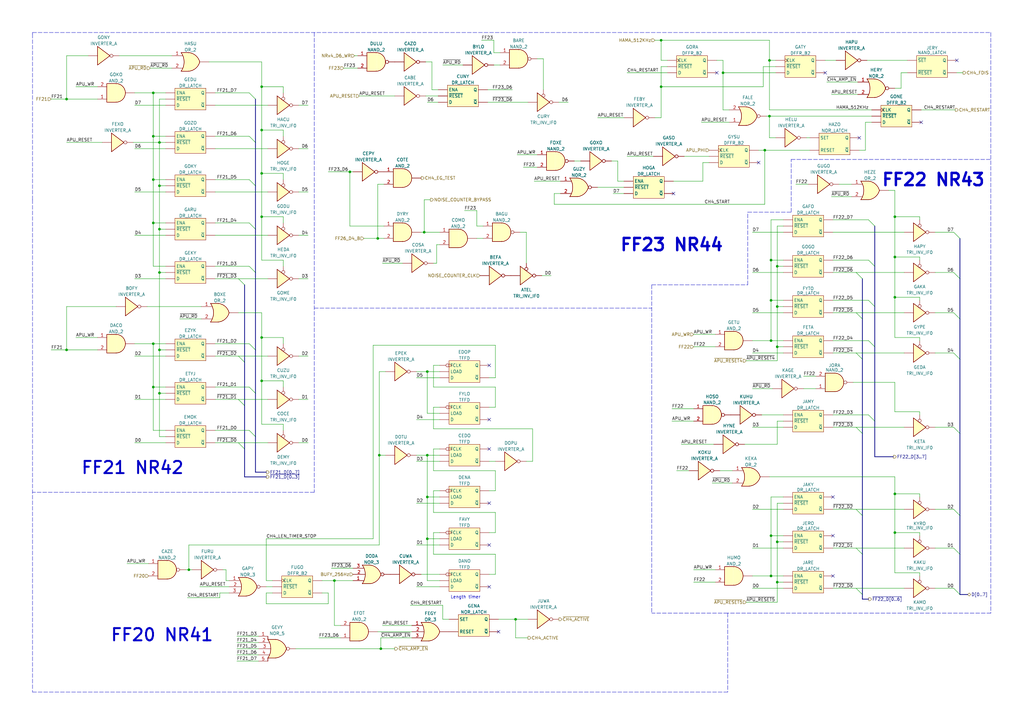
<source format=kicad_sch>
(kicad_sch (version 20211123) (generator eeschema)
  (paper "A3")
  (title_block (title "DMG-CPU B") (date "2022-11-19") (rev "0.2") (company "CC-BY-SA-4.0 Régis Galland & Michael Singer -- Derived work from Furrtek") (comment 1 "https://github.com/msinger/dmg-schematics"))
  (junction (at 211.455 254))
  (junction (at 107.315 71.12))
  (junction (at 175.26 152.4))
  (junction (at 65.405 76.2))
  (junction (at 318.77 222.25))
  (junction (at 65.405 93.98))
  (junction (at 107.315 138.43))
  (junction (at 107.315 156.21))
  (junction (at 62.865 55.88))
  (junction (at 137.16 238.125))
  (junction (at 313.69 61.595))
  (junction (at 316.23 219.71))
  (junction (at 316.23 106.68))
  (junction (at 367.03 121.92))
  (junction (at 315.595 24.765))
  (junction (at 62.865 140.97))
  (junction (at 296.545 29.845))
  (junction (at 156.21 266.065))
  (junction (at 318.77 238.76))
  (junction (at 367.03 88.9))
  (junction (at 316.23 123.19))
  (junction (at 107.315 35.56))
  (junction (at 62.865 38.1))
  (junction (at 271.145 35.56))
  (junction (at 315.595 47.625))
  (junction (at 367.03 218.44))
  (junction (at 107.315 88.9))
  (junction (at 65.405 143.51))
  (junction (at 155.575 186.69))
  (junction (at 318.77 109.22))
  (junction (at 62.865 91.44))
  (junction (at 318.77 125.73))
  (junction (at 367.03 105.41))
  (junction (at 77.47 233.68))
  (junction (at 62.865 158.75))
  (junction (at 62.865 73.66))
  (junction (at 316.23 236.22))
  (junction (at 143.51 70.485))
  (junction (at 65.405 58.42))
  (junction (at 175.26 203.835))
  (junction (at 367.03 202.565))
  (junction (at 27.305 143.51))
  (junction (at 316.23 139.7))
  (junction (at 175.26 220.98))
  (junction (at 65.405 161.29))
  (junction (at 154.94 97.79))
  (junction (at 107.315 53.34))
  (junction (at 271.145 16.51))
  (junction (at 27.305 40.64))
  (junction (at 65.405 111.76))
  (junction (at 175.26 186.69))
  (junction (at 318.77 142.24))
  (junction (at 173.99 95.25))
  (no_connect (at 392.43 24.765))
  (no_connect (at 200.66 206.375))
  (no_connect (at 200.66 184.15))
  (no_connect (at 338.455 29.845))
  (no_connect (at 200.66 223.52))
  (no_connect (at 276.225 79.375))
  (no_connect (at 200.66 240.665))
  (no_connect (at 204.47 259.08))
  (no_connect (at 341.63 236.22))
  (no_connect (at 341.63 203.835))
  (no_connect (at 341.63 219.71))
  (no_connect (at 200.66 149.86))
  (no_connect (at 294.005 29.845))
  (no_connect (at 377.825 50.165))
  (no_connect (at 200.66 172.085))
  (no_connect (at 311.15 66.675))
  (no_connect (at 352.425 56.515))
  (bus_entry (at 97.79 146.05) (size 2.54 2.54))
  (bus_entry (at 97.79 163.83) (size 2.54 2.54))
  (bus_entry (at 97.79 181.61) (size 2.54 2.54))
  (bus_entry (at 102.235 158.75) (size 2.54 2.54))
  (bus_entry (at 351.155 241.3) (size 2.54 2.54))
  (bus_entry (at 351.155 224.79) (size 2.54 2.54))
  (bus_entry (at 351.155 208.915) (size 2.54 2.54))
  (bus_entry (at 351.155 128.27) (size 2.54 2.54))
  (bus_entry (at 351.155 111.76) (size 2.54 2.54))
  (bus_entry (at 351.155 175.26) (size 2.54 2.54))
  (bus_entry (at 351.155 144.78) (size 2.54 2.54))
  (bus_entry (at 356.235 123.19) (size 2.54 2.54))
  (bus_entry (at 102.235 91.44) (size 2.54 2.54))
  (bus_entry (at 356.235 106.68) (size 2.54 2.54))
  (bus_entry (at 391.16 128.27) (size 2.54 2.54))
  (bus_entry (at 391.16 241.3) (size 2.54 2.54))
  (bus_entry (at 391.16 208.915) (size 2.54 2.54))
  (bus_entry (at 391.16 111.76) (size 2.54 2.54))
  (bus_entry (at 97.79 114.3) (size 2.54 2.54))
  (bus_entry (at 391.16 224.79) (size 2.54 2.54))
  (bus_entry (at 356.235 170.18) (size 2.54 2.54))
  (bus_entry (at 391.16 144.78) (size 2.54 2.54))
  (bus_entry (at 102.235 140.97) (size 2.54 2.54))
  (bus_entry (at 102.235 176.53) (size 2.54 2.54))
  (bus_entry (at 391.16 175.26) (size 2.54 2.54))
  (bus_entry (at 356.235 139.7) (size 2.54 2.54))
  (bus_entry (at 356.235 90.17) (size 2.54 2.54))
  (bus_entry (at 102.235 73.66) (size 2.54 2.54))
  (bus_entry (at 102.235 55.88) (size 2.54 2.54))
  (bus_entry (at 391.16 95.25) (size 2.54 2.54))
  (bus_entry (at 102.235 38.1) (size 2.54 2.54))
  (bus_entry (at 102.235 109.22) (size 2.54 2.54))
  (wire (pts (xy 156.845 107.95) (xy 165.1 107.95)))
  (wire (pts (xy 218.44 175.895) (xy 218.44 189.23)))
  (wire (pts (xy 354.965 61.595) (xy 354.965 50.165)))
  (wire (pts (xy 109.22 243.205) (xy 109.22 247.65)))
  (wire (pts (xy 268.605 16.51) (xy 271.145 16.51)))
  (wire (pts (xy 55.245 96.52) (xy 67.945 96.52)))
  (wire (pts (xy 203.2 235.585) (xy 203.2 227.33)))
  (wire (pts (xy 284.48 233.68) (xy 293.37 233.68)))
  (wire (pts (xy 245.11 48.26) (xy 255.905 48.26)))
  (wire (pts (xy 175.26 203.835) (xy 180.34 203.835)))
  (wire (pts (xy 308.61 241.3) (xy 321.31 241.3)))
  (wire (pts (xy 296.545 29.845) (xy 296.545 45.085)))
  (wire (pts (xy 367.03 88.9) (xy 367.03 105.41)))
  (polyline (pts (xy 128.905 201.93) (xy 13.335 201.93)))
  (wire (pts (xy 367.03 78.105) (xy 364.49 78.105)))
  (wire (pts (xy 181.61 248.285) (xy 181.61 254)))
  (wire (pts (xy 20.955 40.64) (xy 27.305 40.64)))
  (wire (pts (xy 342.9 24.765) (xy 338.455 24.765)))
  (wire (pts (xy 181.61 254) (xy 184.15 254)))
  (wire (pts (xy 107.315 53.34) (xy 107.315 71.12)))
  (wire (pts (xy 222.885 24.13) (xy 222.885 36.83)))
  (wire (pts (xy 377.19 121.92) (xy 377.19 123.19)))
  (wire (pts (xy 107.315 156.21) (xy 107.315 173.99)))
  (wire (pts (xy 97.79 181.61) (xy 109.855 181.61)))
  (wire (pts (xy 153.035 141.605) (xy 203.2 141.605)))
  (wire (pts (xy 229.235 41.91) (xy 233.045 41.91)))
  (wire (pts (xy 315.595 16.51) (xy 315.595 24.765)))
  (wire (pts (xy 90.17 243.205) (xy 93.98 243.205)))
  (wire (pts (xy 97.155 260.985) (xy 106.045 260.985)))
  (bus (pts (xy 353.695 243.84) (xy 353.695 245.745)))
  (wire (pts (xy 367.03 218.44) (xy 377.19 218.44)))
  (wire (pts (xy 177.8 193.04) (xy 177.8 184.15)))
  (wire (pts (xy 116.205 71.12) (xy 116.205 73.66)))
  (wire (pts (xy 170.815 172.085) (xy 180.34 172.085)))
  (wire (pts (xy 316.23 203.835) (xy 316.23 219.71)))
  (wire (pts (xy 175.26 220.98) (xy 180.34 220.98)))
  (bus (pts (xy 358.775 92.71) (xy 358.775 109.22)))
  (wire (pts (xy 203.2 227.33) (xy 177.8 227.33)))
  (wire (pts (xy 288.29 66.675) (xy 290.83 66.675)))
  (wire (pts (xy 54.61 58.42) (xy 65.405 58.42)))
  (wire (pts (xy 88.265 73.66) (xy 102.235 73.66)))
  (polyline (pts (xy 324.485 86.995) (xy 324.485 65.405)))
  (wire (pts (xy 107.315 88.9) (xy 107.315 106.68)))
  (wire (pts (xy 227.33 79.375) (xy 227.33 83.82)))
  (bus (pts (xy 358.775 187.325) (xy 366.395 187.325)))
  (wire (pts (xy 76.2 233.68) (xy 77.47 233.68)))
  (wire (pts (xy 116.205 138.43) (xy 116.205 140.97)))
  (wire (pts (xy 65.405 161.29) (xy 65.405 179.07)))
  (wire (pts (xy 177.8 158.75) (xy 177.8 149.86)))
  (wire (pts (xy 156.845 256.54) (xy 168.91 256.54)))
  (wire (pts (xy 377.19 105.41) (xy 377.19 106.68)))
  (wire (pts (xy 308.61 95.25) (xy 321.31 95.25)))
  (wire (pts (xy 180.34 235.585) (xy 172.72 235.585)))
  (wire (pts (xy 355.6 24.765) (xy 372.11 24.765)))
  (wire (pts (xy 367.03 121.92) (xy 377.19 121.92)))
  (wire (pts (xy 203.2 141.605) (xy 203.2 154.94)))
  (wire (pts (xy 175.26 152.4) (xy 180.34 152.4)))
  (wire (pts (xy 122.555 43.18) (xy 126.365 43.18)))
  (wire (pts (xy 177.165 25.4) (xy 177.165 36.83)))
  (wire (pts (xy 315.595 47.625) (xy 315.595 56.515)))
  (wire (pts (xy 318.77 147.955) (xy 318.77 142.24)))
  (wire (pts (xy 132.08 238.125) (xy 137.16 238.125)))
  (wire (pts (xy 97.79 114.3) (xy 109.855 114.3)))
  (wire (pts (xy 97.79 146.05) (xy 109.855 146.05)))
  (bus (pts (xy 104.775 179.07) (xy 104.775 193.675)))
  (wire (pts (xy 284.48 142.24) (xy 293.37 142.24)))
  (bus (pts (xy 393.7 147.32) (xy 393.7 177.8)))
  (wire (pts (xy 313.055 27.305) (xy 313.055 35.56)))
  (wire (pts (xy 179.07 100.33) (xy 180.34 100.33)))
  (wire (pts (xy 88.265 38.1) (xy 102.235 38.1)))
  (wire (pts (xy 349.885 156.845) (xy 367.03 156.845)))
  (wire (pts (xy 62.865 176.53) (xy 67.945 176.53)))
  (wire (pts (xy 62.865 140.97) (xy 67.945 140.97)))
  (bus (pts (xy 353.695 114.3) (xy 353.695 130.81)))
  (wire (pts (xy 88.265 78.74) (xy 109.855 78.74)))
  (wire (pts (xy 316.23 139.7) (xy 321.31 139.7)))
  (wire (pts (xy 211.455 254) (xy 204.47 254)))
  (wire (pts (xy 315.595 47.625) (xy 357.505 47.625)))
  (wire (pts (xy 181.61 26.67) (xy 189.865 26.67)))
  (wire (pts (xy 257.175 64.135) (xy 267.97 64.135)))
  (bus (pts (xy 104.775 58.42) (xy 104.775 76.2)))
  (wire (pts (xy 27.305 58.42) (xy 41.91 58.42)))
  (wire (pts (xy 318.77 92.71) (xy 318.77 109.22)))
  (wire (pts (xy 313.69 61.595) (xy 332.105 61.595)))
  (wire (pts (xy 107.315 106.68) (xy 116.205 106.68)))
  (wire (pts (xy 200.025 41.91) (xy 216.535 41.91)))
  (wire (pts (xy 97.155 271.145) (xy 106.045 271.145)))
  (wire (pts (xy 351.155 144.78) (xy 370.84 144.78)))
  (wire (pts (xy 156.21 266.065) (xy 161.925 266.065)))
  (wire (pts (xy 318.77 125.73) (xy 318.77 142.24)))
  (wire (pts (xy 367.03 168.91) (xy 377.19 168.91)))
  (wire (pts (xy 107.315 35.56) (xy 116.205 35.56)))
  (wire (pts (xy 88.265 163.83) (xy 97.79 163.83)))
  (wire (pts (xy 88.265 109.22) (xy 102.235 109.22)))
  (bus (pts (xy 358.775 172.72) (xy 358.775 187.325)))
  (wire (pts (xy 318.135 24.765) (xy 315.595 24.765)))
  (wire (pts (xy 154.94 75.565) (xy 157.48 75.565)))
  (wire (pts (xy 122.555 146.05) (xy 126.365 146.05)))
  (wire (pts (xy 341.63 170.18) (xy 356.235 170.18)))
  (bus (pts (xy 353.695 147.32) (xy 353.695 177.8)))
  (bus (pts (xy 353.695 130.81) (xy 353.695 147.32)))
  (wire (pts (xy 318.77 109.22) (xy 321.31 109.22)))
  (wire (pts (xy 147.32 39.37) (xy 161.925 39.37)))
  (wire (pts (xy 306.07 147.955) (xy 318.77 147.955)))
  (wire (pts (xy 91.44 233.68) (xy 92.71 233.68)))
  (wire (pts (xy 352.425 61.595) (xy 354.965 61.595)))
  (wire (pts (xy 137.16 238.125) (xy 144.78 238.125)))
  (wire (pts (xy 287.655 50.165) (xy 299.085 50.165)))
  (wire (pts (xy 139.7 256.54) (xy 137.16 256.54)))
  (wire (pts (xy 170.815 206.375) (xy 180.34 206.375)))
  (wire (pts (xy 211.455 261.62) (xy 211.455 254)))
  (wire (pts (xy 73.66 130.81) (xy 82.55 130.81)))
  (wire (pts (xy 227.33 83.82) (xy 313.69 83.82)))
  (wire (pts (xy 137.16 256.54) (xy 137.16 238.125)))
  (wire (pts (xy 383.54 241.3) (xy 391.16 241.3)))
  (wire (pts (xy 85.725 25.4) (xy 107.315 25.4)))
  (wire (pts (xy 377.19 168.91) (xy 377.19 170.18)))
  (wire (pts (xy 351.155 241.3) (xy 370.84 241.3)))
  (wire (pts (xy 145.415 22.86) (xy 146.685 22.86)))
  (wire (pts (xy 203.2 210.185) (xy 177.8 210.185)))
  (wire (pts (xy 143.51 92.71) (xy 143.51 70.485)))
  (wire (pts (xy 318.77 222.25) (xy 321.31 222.25)))
  (bus (pts (xy 393.7 130.81) (xy 393.7 147.32)))
  (wire (pts (xy 316.23 106.68) (xy 316.23 123.19)))
  (wire (pts (xy 202.565 16.51) (xy 202.565 21.59)))
  (wire (pts (xy 367.03 195.58) (xy 367.03 202.565)))
  (wire (pts (xy 130.81 261.62) (xy 139.7 261.62)))
  (wire (pts (xy 308.61 175.26) (xy 321.31 175.26)))
  (wire (pts (xy 296.545 45.085) (xy 299.085 45.085)))
  (wire (pts (xy 383.54 95.25) (xy 391.16 95.25)))
  (wire (pts (xy 315.595 24.765) (xy 315.595 45.085)))
  (wire (pts (xy 313.69 61.595) (xy 313.69 83.82)))
  (wire (pts (xy 155.575 152.4) (xy 155.575 186.69)))
  (wire (pts (xy 177.8 149.86) (xy 180.34 149.86)))
  (bus (pts (xy 393.7 211.455) (xy 393.7 227.33)))
  (wire (pts (xy 65.405 76.2) (xy 65.405 93.98)))
  (wire (pts (xy 65.405 143.51) (xy 67.945 143.51)))
  (polyline (pts (xy 128.905 126.365) (xy 267.335 126.365)))
  (wire (pts (xy 275.59 167.64) (xy 284.48 167.64)))
  (wire (pts (xy 173.99 95.25) (xy 180.34 95.25)))
  (wire (pts (xy 55.245 140.97) (xy 62.865 140.97)))
  (wire (pts (xy 111.76 243.205) (xy 109.22 243.205)))
  (wire (pts (xy 203.2 167.005) (xy 203.2 158.75)))
  (wire (pts (xy 156.21 261.62) (xy 168.91 261.62)))
  (wire (pts (xy 308.61 144.78) (xy 321.31 144.78)))
  (wire (pts (xy 203.2 158.75) (xy 177.8 158.75)))
  (polyline (pts (xy 13.335 13.335) (xy 406.4 13.335)))
  (wire (pts (xy 367.03 105.41) (xy 377.19 105.41)))
  (wire (pts (xy 62.865 38.1) (xy 62.865 55.88)))
  (wire (pts (xy 97.155 263.525) (xy 106.045 263.525)))
  (wire (pts (xy 341.63 144.78) (xy 351.155 144.78)))
  (wire (pts (xy 340.995 38.735) (xy 351.79 38.735)))
  (polyline (pts (xy 406.4 13.335) (xy 406.4 251.46)))
  (wire (pts (xy 311.15 61.595) (xy 313.69 61.595)))
  (wire (pts (xy 88.265 43.18) (xy 109.855 43.18)))
  (wire (pts (xy 316.23 203.835) (xy 321.31 203.835)))
  (wire (pts (xy 149.225 97.79) (xy 154.94 97.79)))
  (wire (pts (xy 253.365 66.04) (xy 250.825 66.04)))
  (wire (pts (xy 308.61 128.27) (xy 321.31 128.27)))
  (wire (pts (xy 308.61 111.76) (xy 321.31 111.76)))
  (wire (pts (xy 175.26 152.4) (xy 175.26 169.545)))
  (wire (pts (xy 179.07 107.95) (xy 179.07 100.33)))
  (wire (pts (xy 107.315 156.21) (xy 116.205 156.21)))
  (wire (pts (xy 383.54 208.915) (xy 391.16 208.915)))
  (wire (pts (xy 351.155 111.76) (xy 370.84 111.76)))
  (wire (pts (xy 271.145 27.305) (xy 271.145 35.56)))
  (wire (pts (xy 315.595 56.515) (xy 318.135 56.515)))
  (wire (pts (xy 116.205 106.68) (xy 116.205 109.22)))
  (wire (pts (xy 122.555 78.74) (xy 126.365 78.74)))
  (wire (pts (xy 383.54 144.78) (xy 391.16 144.78)))
  (wire (pts (xy 351.155 208.915) (xy 370.84 208.915)))
  (wire (pts (xy 275.59 172.72) (xy 284.48 172.72)))
  (wire (pts (xy 316.23 219.71) (xy 321.31 219.71)))
  (wire (pts (xy 276.225 74.295) (xy 288.29 74.295)))
  (wire (pts (xy 31.115 138.43) (xy 40.005 138.43)))
  (wire (pts (xy 316.23 219.71) (xy 316.23 236.22)))
  (wire (pts (xy 316.23 123.19) (xy 316.23 139.7)))
  (wire (pts (xy 67.945 76.2) (xy 65.405 76.2)))
  (wire (pts (xy 341.63 175.26) (xy 351.155 175.26)))
  (wire (pts (xy 284.48 238.76) (xy 293.37 238.76)))
  (wire (pts (xy 257.175 29.845) (xy 273.685 29.845)))
  (wire (pts (xy 341.63 90.17) (xy 356.235 90.17)))
  (wire (pts (xy 170.815 240.665) (xy 180.34 240.665)))
  (bus (pts (xy 393.7 97.79) (xy 393.7 114.3)))
  (wire (pts (xy 175.26 169.545) (xy 180.34 169.545)))
  (wire (pts (xy 177.8 167.005) (xy 180.34 167.005)))
  (wire (pts (xy 88.265 60.96) (xy 109.855 60.96)))
  (wire (pts (xy 215.9 95.25) (xy 213.36 95.25)))
  (wire (pts (xy 200.66 201.295) (xy 203.2 201.295)))
  (wire (pts (xy 143.51 92.71) (xy 157.48 92.71)))
  (wire (pts (xy 27.305 22.86) (xy 27.305 40.64)))
  (wire (pts (xy 203.2 218.44) (xy 203.2 210.185)))
  (bus (pts (xy 393.7 243.84) (xy 396.875 243.84)))
  (wire (pts (xy 253.365 66.04) (xy 253.365 74.295)))
  (polyline (pts (xy 13.335 81.915) (xy 13.335 283.845)))
  (wire (pts (xy 107.315 71.12) (xy 107.315 88.9)))
  (wire (pts (xy 312.42 170.18) (xy 321.31 170.18)))
  (wire (pts (xy 60.325 125.73) (xy 82.55 125.73)))
  (wire (pts (xy 316.23 90.17) (xy 321.31 90.17)))
  (wire (pts (xy 107.315 138.43) (xy 116.205 138.43)))
  (bus (pts (xy 393.7 114.3) (xy 393.7 130.81)))
  (wire (pts (xy 316.23 106.68) (xy 321.31 106.68)))
  (wire (pts (xy 140.97 27.94) (xy 146.685 27.94)))
  (wire (pts (xy 65.405 40.64) (xy 67.945 40.64)))
  (wire (pts (xy 377.19 218.44) (xy 377.19 219.71)))
  (wire (pts (xy 135.89 233.045) (xy 144.78 233.045)))
  (wire (pts (xy 341.63 95.25) (xy 370.84 95.25)))
  (wire (pts (xy 318.77 172.72) (xy 321.31 172.72)))
  (wire (pts (xy 341.63 106.68) (xy 356.235 106.68)))
  (wire (pts (xy 76.835 245.11) (xy 90.17 245.11)))
  (wire (pts (xy 175.26 203.835) (xy 175.26 220.98)))
  (wire (pts (xy 326.39 75.565) (xy 331.47 75.565)))
  (wire (pts (xy 65.405 93.98) (xy 65.405 111.76)))
  (wire (pts (xy 315.595 45.085) (xy 357.505 45.085)))
  (wire (pts (xy 318.77 206.375) (xy 318.77 222.25)))
  (wire (pts (xy 177.8 227.33) (xy 177.8 218.44)))
  (wire (pts (xy 88.265 146.05) (xy 97.79 146.05)))
  (wire (pts (xy 62.865 91.44) (xy 67.945 91.44)))
  (wire (pts (xy 88.265 158.75) (xy 102.235 158.75)))
  (wire (pts (xy 341.63 123.19) (xy 356.235 123.19)))
  (wire (pts (xy 306.07 247.015) (xy 318.77 247.015)))
  (wire (pts (xy 65.405 40.64) (xy 65.405 58.42)))
  (wire (pts (xy 195.58 86.36) (xy 195.58 92.71)))
  (wire (pts (xy 367.03 105.41) (xy 367.03 121.92)))
  (wire (pts (xy 48.895 22.86) (xy 70.485 22.86)))
  (wire (pts (xy 65.405 58.42) (xy 67.945 58.42)))
  (wire (pts (xy 107.315 71.12) (xy 116.205 71.12)))
  (bus (pts (xy 358.775 142.24) (xy 358.775 172.72)))
  (wire (pts (xy 318.135 29.845) (xy 296.545 29.845)))
  (wire (pts (xy 122.555 60.96) (xy 126.365 60.96)))
  (wire (pts (xy 341.63 208.915) (xy 351.155 208.915)))
  (wire (pts (xy 367.03 234.95) (xy 377.19 234.95)))
  (wire (pts (xy 116.205 88.9) (xy 116.205 91.44)))
  (wire (pts (xy 329.565 154.305) (xy 334.645 154.305)))
  (wire (pts (xy 55.245 60.96) (xy 67.945 60.96)))
  (wire (pts (xy 212.09 63.5) (xy 220.345 63.5)))
  (wire (pts (xy 168.275 248.285) (xy 181.61 248.285)))
  (wire (pts (xy 284.48 137.16) (xy 293.37 137.16)))
  (wire (pts (xy 109.22 240.665) (xy 111.76 240.665)))
  (wire (pts (xy 27.305 143.51) (xy 40.005 143.51)))
  (wire (pts (xy 27.305 40.64) (xy 40.005 40.64)))
  (wire (pts (xy 107.315 138.43) (xy 107.315 156.21)))
  (wire (pts (xy 200.66 154.94) (xy 203.2 154.94)))
  (wire (pts (xy 219.075 74.295) (xy 229.87 74.295)))
  (wire (pts (xy 354.965 50.165) (xy 357.505 50.165)))
  (wire (pts (xy 271.145 48.26) (xy 268.605 48.26)))
  (wire (pts (xy 65.405 111.76) (xy 65.405 143.51)))
  (wire (pts (xy 308.61 139.7) (xy 316.23 139.7)))
  (wire (pts (xy 62.865 55.88) (xy 62.865 73.66)))
  (wire (pts (xy 158.115 152.4) (xy 155.575 152.4)))
  (wire (pts (xy 173.99 95.25) (xy 173.99 81.915)))
  (wire (pts (xy 251.46 79.375) (xy 255.905 79.375)))
  (wire (pts (xy 383.54 111.76) (xy 391.16 111.76)))
  (wire (pts (xy 65.405 58.42) (xy 65.405 76.2)))
  (wire (pts (xy 62.865 38.1) (xy 67.945 38.1)))
  (wire (pts (xy 172.72 95.25) (xy 173.99 95.25)))
  (bus (pts (xy 104.775 161.29) (xy 104.775 179.07)))
  (wire (pts (xy 340.995 80.645) (xy 349.25 80.645)))
  (wire (pts (xy 271.145 16.51) (xy 271.145 24.765)))
  (wire (pts (xy 153.035 220.98) (xy 109.22 220.98)))
  (wire (pts (xy 318.77 109.22) (xy 318.77 125.73)))
  (wire (pts (xy 367.03 202.565) (xy 377.19 202.565)))
  (wire (pts (xy 97.155 268.605) (xy 106.045 268.605)))
  (polyline (pts (xy 324.485 65.405) (xy 406.4 65.405)))
  (wire (pts (xy 296.545 29.845) (xy 296.545 24.765)))
  (wire (pts (xy 318.77 222.25) (xy 318.77 238.76)))
  (wire (pts (xy 318.77 247.015) (xy 318.77 238.76)))
  (wire (pts (xy 253.365 74.295) (xy 255.905 74.295)))
  (wire (pts (xy 116.205 156.21) (xy 116.205 158.75)))
  (wire (pts (xy 107.315 173.99) (xy 116.205 173.99)))
  (wire (pts (xy 316.23 90.17) (xy 316.23 106.68)))
  (wire (pts (xy 288.29 66.675) (xy 288.29 74.295)))
  (bus (pts (xy 104.775 143.51) (xy 104.775 161.29)))
  (wire (pts (xy 81.915 240.665) (xy 93.98 240.665)))
  (wire (pts (xy 216.535 261.62) (xy 211.455 261.62)))
  (wire (pts (xy 341.63 224.79) (xy 351.155 224.79)))
  (wire (pts (xy 134.62 247.65) (xy 134.62 243.205)))
  (wire (pts (xy 367.03 121.92) (xy 367.03 138.43)))
  (wire (pts (xy 65.405 143.51) (xy 65.405 161.29)))
  (wire (pts (xy 318.135 27.305) (xy 313.055 27.305)))
  (wire (pts (xy 122.555 96.52) (xy 126.365 96.52)))
  (wire (pts (xy 318.77 172.72) (xy 318.77 182.245)))
  (wire (pts (xy 61.595 27.94) (xy 70.485 27.94)))
  (wire (pts (xy 92.71 238.125) (xy 93.98 238.125)))
  (wire (pts (xy 383.54 175.26) (xy 391.16 175.26)))
  (wire (pts (xy 229.87 79.375) (xy 227.33 79.375)))
  (wire (pts (xy 107.315 25.4) (xy 107.315 35.56)))
  (wire (pts (xy 155.575 223.52) (xy 155.575 186.69)))
  (wire (pts (xy 271.145 35.56) (xy 313.055 35.56)))
  (wire (pts (xy 55.245 38.1) (xy 62.865 38.1)))
  (wire (pts (xy 294.005 24.765) (xy 296.545 24.765)))
  (wire (pts (xy 318.77 206.375) (xy 321.31 206.375)))
  (wire (pts (xy 314.325 47.625) (xy 315.595 47.625)))
  (wire (pts (xy 377.19 202.565) (xy 377.19 203.835)))
  (bus (pts (xy 104.775 93.98) (xy 104.775 111.76)))
  (wire (pts (xy 377.19 234.95) (xy 377.19 236.22)))
  (wire (pts (xy 177.8 175.895) (xy 177.8 167.005)))
  (wire (pts (xy 107.315 53.34) (xy 116.205 53.34)))
  (wire (pts (xy 190.5 86.36) (xy 195.58 86.36)))
  (wire (pts (xy 300.355 193.04) (xy 295.275 193.04)))
  (wire (pts (xy 308.61 236.22) (xy 316.23 236.22)))
  (wire (pts (xy 177.8 210.185) (xy 177.8 201.295)))
  (bus (pts (xy 104.775 111.76) (xy 104.775 143.51)))
  (wire (pts (xy 154.94 75.565) (xy 154.94 97.79)))
  (bus (pts (xy 353.695 177.8) (xy 353.695 211.455)))
  (polyline (pts (xy 298.45 251.46) (xy 267.335 251.46)))
  (wire (pts (xy 341.63 128.27) (xy 351.155 128.27)))
  (wire (pts (xy 122.555 163.83) (xy 126.365 163.83)))
  (wire (pts (xy 62.865 73.66) (xy 67.945 73.66)))
  (bus (pts (xy 100.33 166.37) (xy 100.33 184.15)))
  (wire (pts (xy 210.185 36.83) (xy 200.025 36.83)))
  (wire (pts (xy 315.595 195.58) (xy 367.03 195.58)))
  (wire (pts (xy 197.485 16.51) (xy 202.565 16.51)))
  (wire (pts (xy 121.285 266.065) (xy 156.21 266.065)))
  (wire (pts (xy 170.815 154.94) (xy 180.34 154.94)))
  (polyline (pts (xy 267.335 116.84) (xy 267.335 251.46)))
  (wire (pts (xy 214.63 68.58) (xy 220.345 68.58)))
  (wire (pts (xy 88.265 181.61) (xy 97.79 181.61)))
  (bus (pts (xy 100.33 195.58) (xy 109.22 195.58)))
  (wire (pts (xy 170.815 186.69) (xy 175.26 186.69)))
  (wire (pts (xy 88.265 176.53) (xy 102.235 176.53)))
  (wire (pts (xy 292.1 198.12) (xy 300.355 198.12)))
  (wire (pts (xy 156.21 261.62) (xy 156.21 266.065)))
  (wire (pts (xy 170.815 223.52) (xy 180.34 223.52)))
  (wire (pts (xy 55.245 43.18) (xy 67.945 43.18)))
  (wire (pts (xy 203.2 201.295) (xy 203.2 193.04)))
  (polyline (pts (xy 306.705 86.995) (xy 324.485 86.995)))
  (wire (pts (xy 339.09 33.655) (xy 351.79 33.655)))
  (wire (pts (xy 134.62 243.205) (xy 132.08 243.205)))
  (wire (pts (xy 62.865 55.88) (xy 67.945 55.88)))
  (wire (pts (xy 77.47 233.68) (xy 77.47 223.52)))
  (bus (pts (xy 104.775 193.675) (xy 109.22 193.675)))
  (wire (pts (xy 218.44 189.23) (xy 215.9 189.23)))
  (wire (pts (xy 177.8 184.15) (xy 180.34 184.15)))
  (wire (pts (xy 175.26 41.91) (xy 179.705 41.91)))
  (wire (pts (xy 367.03 138.43) (xy 377.19 138.43)))
  (wire (pts (xy 367.03 78.105) (xy 367.03 88.9)))
  (wire (pts (xy 55.245 181.61) (xy 67.945 181.61)))
  (wire (pts (xy 271.145 16.51) (xy 315.595 16.51)))
  (wire (pts (xy 107.315 88.9) (xy 116.205 88.9)))
  (wire (pts (xy 143.51 70.485) (xy 144.78 70.485)))
  (wire (pts (xy 200.66 167.005) (xy 203.2 167.005)))
  (wire (pts (xy 367.03 202.565) (xy 367.03 218.44)))
  (wire (pts (xy 116.205 35.56) (xy 116.205 38.1)))
  (wire (pts (xy 55.245 114.3) (xy 67.945 114.3)))
  (wire (pts (xy 177.165 36.83) (xy 179.705 36.83)))
  (wire (pts (xy 107.315 128.27) (xy 107.315 138.43)))
  (wire (pts (xy 200.66 235.585) (xy 203.2 235.585)))
  (wire (pts (xy 271.145 48.26) (xy 271.145 35.56)))
  (bus (pts (xy 353.695 227.33) (xy 353.695 243.84)))
  (wire (pts (xy 341.63 139.7) (xy 356.235 139.7)))
  (wire (pts (xy 55.245 163.83) (xy 67.945 163.83)))
  (wire (pts (xy 155.575 186.69) (xy 158.115 186.69)))
  (wire (pts (xy 134.62 70.485) (xy 143.51 70.485)))
  (wire (pts (xy 195.58 92.71) (xy 198.12 92.71)))
  (wire (pts (xy 318.77 238.76) (xy 321.31 238.76)))
  (bus (pts (xy 100.33 116.84) (xy 100.33 148.59)))
  (wire (pts (xy 238.125 66.04) (xy 235.585 66.04)))
  (wire (pts (xy 222.25 113.03) (xy 226.06 113.03)))
  (wire (pts (xy 318.77 125.73) (xy 321.31 125.73)))
  (wire (pts (xy 175.26 186.69) (xy 180.34 186.69)))
  (wire (pts (xy 55.245 146.05) (xy 67.945 146.05)))
  (wire (pts (xy 377.19 138.43) (xy 377.19 139.7)))
  (wire (pts (xy 62.865 158.75) (xy 62.865 176.53)))
  (wire (pts (xy 177.8 175.895) (xy 218.44 175.895)))
  (wire (pts (xy 200.66 218.44) (xy 203.2 218.44)))
  (polyline (pts (xy 13.335 13.97) (xy 13.335 81.915)))
  (bus (pts (xy 104.775 40.64) (xy 104.775 58.42)))
  (wire (pts (xy 367.03 88.9) (xy 377.19 88.9)))
  (wire (pts (xy 170.815 189.23) (xy 180.34 189.23)))
  (wire (pts (xy 153.035 141.605) (xy 153.035 220.98)))
  (wire (pts (xy 62.865 140.97) (xy 62.865 158.75)))
  (wire (pts (xy 175.26 220.98) (xy 175.26 238.125)))
  (wire (pts (xy 341.63 111.76) (xy 351.155 111.76)))
  (wire (pts (xy 154.94 259.08) (xy 168.91 259.08)))
  (wire (pts (xy 351.155 128.27) (xy 370.84 128.27)))
  (wire (pts (xy 367.03 218.44) (xy 367.03 234.95)))
  (wire (pts (xy 67.945 111.76) (xy 65.405 111.76)))
  (wire (pts (xy 177.165 25.4) (xy 174.625 25.4)))
  (wire (pts (xy 215.9 95.25) (xy 215.9 107.95)))
  (wire (pts (xy 77.47 233.68) (xy 78.74 233.68)))
  (bus (pts (xy 393.7 227.33) (xy 393.7 243.84)))
  (wire (pts (xy 222.885 24.13) (xy 220.345 24.13)))
  (bus (pts (xy 358.775 109.22) (xy 358.775 125.73)))
  (wire (pts (xy 174.625 39.37) (xy 179.705 39.37)))
  (wire (pts (xy 341.63 241.3) (xy 351.155 241.3)))
  (wire (pts (xy 88.265 91.44) (xy 102.235 91.44)))
  (bus (pts (xy 100.33 148.59) (xy 100.33 166.37)))
  (wire (pts (xy 52.07 231.14) (xy 60.96 231.14)))
  (wire (pts (xy 65.405 161.29) (xy 67.945 161.29)))
  (wire (pts (xy 107.315 35.56) (xy 107.315 53.34)))
  (wire (pts (xy 62.865 73.66) (xy 62.865 91.44)))
  (wire (pts (xy 55.245 78.74) (xy 67.945 78.74)))
  (wire (pts (xy 377.825 45.085) (xy 391.795 45.085)))
  (wire (pts (xy 177.8 107.95) (xy 179.07 107.95)))
  (polyline (pts (xy 128.905 13.335) (xy 128.905 201.93)))
  (wire (pts (xy 351.155 224.79) (xy 370.84 224.79)))
  (wire (pts (xy 308.61 208.915) (xy 321.31 208.915)))
  (wire (pts (xy 67.945 93.98) (xy 65.405 93.98)))
  (wire (pts (xy 318.77 142.24) (xy 321.31 142.24)))
  (wire (pts (xy 92.71 233.68) (xy 92.71 238.125)))
  (bus (pts (xy 358.775 125.73) (xy 358.775 142.24)))
  (bus (pts (xy 353.695 245.745) (xy 356.235 245.745)))
  (wire (pts (xy 329.565 159.385) (xy 334.645 159.385)))
  (wire (pts (xy 245.11 76.835) (xy 255.905 76.835)))
  (wire (pts (xy 116.205 53.34) (xy 116.205 55.88)))
  (wire (pts (xy 27.305 125.73) (xy 27.305 143.51)))
  (wire (pts (xy 175.26 238.125) (xy 180.34 238.125)))
  (wire (pts (xy 177.8 201.295) (xy 180.34 201.295)))
  (wire (pts (xy 62.865 91.44) (xy 62.865 109.22)))
  (wire (pts (xy 198.12 97.79) (xy 195.58 97.79)))
  (wire (pts (xy 367.03 156.845) (xy 367.03 168.91)))
  (wire (pts (xy 36.195 22.86) (xy 27.305 22.86)))
  (wire (pts (xy 349.25 75.565) (xy 344.17 75.565)))
  (wire (pts (xy 383.54 224.79) (xy 391.16 224.79)))
  (wire (pts (xy 203.2 193.04) (xy 177.8 193.04)))
  (wire (pts (xy 308.61 159.385) (xy 316.865 159.385)))
  (wire (pts (xy 88.265 140.97) (xy 102.235 140.97)))
  (polyline (pts (xy 13.335 283.845) (xy 298.45 283.845)))
  (wire (pts (xy 173.99 81.915) (xy 176.53 81.915)))
  (wire (pts (xy 122.555 181.61) (xy 126.365 181.61)))
  (wire (pts (xy 88.265 55.88) (xy 102.235 55.88)))
  (wire (pts (xy 271.145 24.765) (xy 273.685 24.765)))
  (wire (pts (xy 316.23 123.19) (xy 321.31 123.19)))
  (polyline (pts (xy 406.4 251.46) (xy 298.45 251.46)))
  (wire (pts (xy 20.955 143.51) (xy 27.305 143.51)))
  (wire (pts (xy 88.265 114.3) (xy 97.79 114.3)))
  (wire (pts (xy 90.17 245.11) (xy 90.17 243.205)))
  (wire (pts (xy 122.555 114.3) (xy 126.365 114.3)))
  (wire (pts (xy 62.865 109.22) (xy 67.945 109.22)))
  (wire (pts (xy 154.94 97.79) (xy 157.48 97.79)))
  (wire (pts (xy 369.57 36.195) (xy 369.57 29.845)))
  (wire (pts (xy 216.535 254) (xy 211.455 254)))
  (wire (pts (xy 116.205 173.99) (xy 116.205 176.53)))
  (wire (pts (xy 77.47 223.52) (xy 155.575 223.52)))
  (bus (pts (xy 353.695 211.455) (xy 353.695 227.33)))
  (wire (pts (xy 47.625 125.73) (xy 27.305 125.73)))
  (wire (pts (xy 383.54 128.27) (xy 391.16 128.27)))
  (wire (pts (xy 205.105 26.67) (xy 202.565 26.67)))
  (wire (pts (xy 97.155 266.065) (xy 106.045 266.065)))
  (bus (pts (xy 393.7 177.8) (xy 393.7 211.455)))
  (wire (pts (xy 97.79 163.83) (xy 109.855 163.83)))
  (polyline (pts (xy 298.45 251.46) (xy 298.45 283.845)))
  (wire (pts (xy 109.22 238.125) (xy 109.22 220.98)))
  (wire (pts (xy 308.61 224.79) (xy 321.31 224.79)))
  (wire (pts (xy 369.57 29.845) (xy 372.11 29.845)))
  (wire (pts (xy 277.495 193.04) (xy 282.575 193.04)))
  (wire (pts (xy 109.22 238.125) (xy 111.76 238.125)))
  (wire (pts (xy 351.155 175.26) (xy 370.84 175.26)))
  (wire (pts (xy 367.03 36.195) (xy 369.57 36.195)))
  (wire (pts (xy 377.19 88.9) (xy 377.19 90.17)))
  (wire (pts (xy 280.67 64.135) (xy 290.83 64.135)))
  (polyline (pts (xy 267.335 116.84) (xy 306.705 116.84)))
  (bus (pts (xy 100.33 184.15) (xy 100.33 195.58)))
  (wire (pts (xy 202.565 21.59) (xy 205.105 21.59)))
  (wire (pts (xy 88.265 96.52) (xy 109.855 96.52)))
  (wire (pts (xy 318.77 92.71) (xy 321.31 92.71)))
  (wire (pts (xy 31.115 35.56) (xy 40.005 35.56)))
  (wire (pts (xy 200.66 189.23) (xy 203.2 189.23)))
  (wire (pts (xy 62.865 158.75) (xy 67.945 158.75)))
  (wire (pts (xy 279.4 182.245) (xy 292.735 182.245)))
  (bus (pts (xy 104.775 76.2) (xy 104.775 93.98)))
  (wire (pts (xy 97.79 128.27) (xy 107.315 128.27)))
  (wire (pts (xy 109.22 247.65) (xy 134.62 247.65)))
  (wire (pts (xy 330.835 56.515) (xy 332.105 56.515)))
  (wire (pts (xy 316.23 236.22) (xy 321.31 236.22)))
  (wire (pts (xy 175.26 152.4) (xy 170.815 152.4)))
  (polyline (pts (xy 306.705 116.84) (xy 306.705 86.995)))
  (wire (pts (xy 318.77 182.245) (xy 305.435 182.245)))
  (wire (pts (xy 67.945 179.07) (xy 65.405 179.07)))
  (wire (pts (xy 273.685 27.305) (xy 271.145 27.305)))
  (wire (pts (xy 175.26 186.69) (xy 175.26 203.835)))
  (wire (pts (xy 394.97 29.845) (xy 392.43 29.845)))
  (polyline (pts (xy 13.335 13.335) (xy 13.335 13.97)))
  (wire (pts (xy 177.8 218.44) (xy 180.34 218.44)))
  (text "FF22 NR43\n" (at 361.315 76.835 0) (effects (font (size 5 5) (thickness 1) bold) (justify left bottom)))
  (text "FF23 NR44\n" (at 254 103.505 0) (effects (font (size 5 5) (thickness 1) bold) (justify left bottom)))
  (text "Length timer" (at 184.785 245.745 0) (effects (font (size 1.27 1.27)) (justify left bottom)))
  (text "FF20 NR41\n" (at 45.085 263.525 0) (effects (font (size 5 5) (thickness 0.8) bold) (justify left bottom)))
  (text "FF21 NR42\n" (at 33.02 194.945 0) (effects (font (size 5 5) (thickness 0.8) bold) (justify left bottom)))
  (label "FF22_D5" (at 341.63 123.19 0))
  (label "D7" (at 308.61 95.25 0))
  (label "~{APU_RD}" (at 340.995 80.645 0))
  (label "FF22_D7" (at 341.63 90.17 0))
  (label "CH4_RESTART" (at 168.275 248.285 0))
  (label "~{FF21_D2}" (at 88.9 146.05 0))
  (label "~{FF23_D6}" (at 135.89 233.045 0))
  (label "FF21_D5" (at 97.155 266.065 0))
  (label "FF21" (at 20.955 40.64 0))
  (label "D6" (at 175.26 41.91 0))
  (label "CH4_LEN_TIMER_STOP" (at 109.22 220.98 0))
  (label "~{APU_RD}" (at 308.61 159.385 0))
  (label "~{APU_RD}" (at 181.61 26.67 0))
  (label "APU_RESET" (at 219.075 74.295 0))
  (label "D6" (at 391.16 111.76 180))
  (label "D4" (at 170.815 172.085 0))
  (label "FF22" (at 326.39 75.565 0))
  (label "D0" (at 226.06 113.03 180))
  (label "D5" (at 391.16 128.27 180))
  (label "FF21_D5" (at 97.155 73.66 180))
  (label "FF21_D4" (at 97.155 91.44 180))
  (label "FF23_D6" (at 210.185 36.83 180))
  (label "APU_RESET" (at 257.175 64.135 0))
  (label "D0" (at 308.61 241.3 0))
  (label "FF22_D4" (at 341.63 139.7 0))
  (label "APU_RESET" (at 81.915 240.665 0))
  (label "~{FF22_D5}" (at 341.63 128.27 0))
  (label "~{FF22_D2}" (at 341.63 208.915 0))
  (label "D1" (at 308.61 224.79 0))
  (label "D4" (at 126.365 96.52 180))
  (label "FF21_D3" (at 97.155 109.22 180))
  (label "FF23" (at 214.63 68.58 0))
  (label "FF22" (at 284.48 142.24 0))
  (label "D6" (at 55.245 60.96 0))
  (label "D3" (at 126.365 114.3 180))
  (label "FF23_D6" (at 134.62 70.485 0))
  (label "FF22" (at 275.59 167.64 0))
  (label "D4" (at 308.61 144.78 0))
  (label "~{APU_RESET5}" (at 306.07 247.015 0))
  (label "D3" (at 170.815 189.23 0))
  (label "D7" (at 126.365 43.18 180))
  (label "FF21_D0" (at 97.155 176.53 180))
  (label "D1" (at 55.245 163.83 0))
  (label "D2" (at 391.16 208.915 180))
  (label "~{FF22_D4}" (at 341.63 144.78 0))
  (label "D7" (at 55.245 43.18 0))
  (label "FF21_D1" (at 97.155 158.75 180))
  (label "FF21_D6" (at 97.155 268.605 0))
  (label "D6" (at 308.61 111.76 0))
  (label "~{APU_RD}" (at 73.66 130.81 0))
  (label "FF22" (at 284.48 238.76 0))
  (label "D5" (at 170.815 154.94 0))
  (label "APU_WR" (at 212.09 63.5 0))
  (label "FF21_D6" (at 97.155 55.88 180))
  (label "~{FF21_D3}" (at 88.9 114.3 0))
  (label "FF21_D7" (at 97.155 38.1 180))
  (label "~{CH4_AMP_EN}" (at 156.21 261.62 0))
  (label "D5" (at 308.61 128.27 0))
  (label "APU_WR" (at 52.07 231.14 0))
  (label "CH4_RESTART" (at 391.795 45.085 180))
  (label "CH4_START" (at 288.925 83.82 0))
  (label "~{CH4_AMP_EN}" (at 339.09 33.655 0))
  (label "D1" (at 170.815 223.52 0))
  (label "APU_RESET" (at 147.32 39.37 0))
  (label "APU_WR" (at 284.48 233.68 0))
  (label "D4" (at 391.16 144.78 180))
  (label "FF21_D2" (at 97.155 140.97 180))
  (label "D2" (at 170.815 206.375 0))
  (label "APU_WR" (at 275.59 172.72 0))
  (label "~{APU_RESET4}" (at 306.07 147.955 0))
  (label "D7" (at 251.46 79.375 0))
  (label "D0" (at 126.365 181.61 180))
  (label "D3" (at 55.245 114.3 0))
  (label "HAMA_512KHz" (at 342.9 45.085 0))
  (label "D4" (at 55.245 96.52 0))
  (label "D3" (at 308.61 175.26 0))
  (label "~{FF22_D6}" (at 341.63 111.76 0))
  (label "CH4_RESTART" (at 257.175 29.845 0))
  (label "~{FF23_D6}" (at 210.185 41.91 180))
  (label "~{FF22_D0}" (at 341.63 241.3 0))
  (label "D1" (at 391.16 224.79 180))
  (label "D2" (at 55.245 146.05 0))
  (label "FF23_D6" (at 130.81 261.62 0))
  (label "APU_RESET" (at 156.845 256.54 0))
  (label "APU_WR" (at 284.48 137.16 0))
  (label "~{APU_RD}" (at 292.1 198.12 0))
  (label "FF21_D4" (at 97.155 263.525 0))
  (label "FF23" (at 190.5 86.36 0))
  (label "~{APU_RD}" (at 61.595 27.94 0))
  (label "CH4_RESTART" (at 76.835 245.11 0))
  (label "~{FF21_D1}" (at 88.9 163.83 0))
  (label "APU_RESET" (at 245.11 48.26 0))
  (label "D0" (at 170.815 240.665 0))
  (label "FF21_D3" (at 97.155 260.985 0))
  (label "D0" (at 391.16 241.3 180))
  (label "D6" (at 233.045 41.91 180))
  (label "D5" (at 126.365 78.74 180))
  (label "FF22" (at 329.565 154.305 0))
  (label "D2" (at 308.61 208.915 0))
  (label "FF21_D7" (at 97.155 271.145 0))
  (label "APU_WR" (at 31.115 138.43 0))
  (label "FF23" (at 140.97 27.94 0))
  (label "~{APU_RD}" (at 156.845 107.95 0))
  (label "APU_RESET" (at 287.655 50.165 0))
  (label "FF22_D6" (at 341.63 106.68 0))
  (label "FF22" (at 277.495 193.04 0))
  (label "D3" (at 391.16 175.26 180))
  (label "APU_RESET" (at 340.995 38.735 0))
  (label "FF21" (at 20.955 143.51 0))
  (label "D7" (at 391.16 95.25 180))
  (label "D5" (at 55.245 78.74 0))
  (label "D2" (at 126.365 146.05 180))
  (label "D0" (at 55.245 181.61 0))
  (label "D6" (at 126.365 60.96 180))
  (label "~{FF21_D0}" (at 88.9 181.61 0))
  (label "APU_RESET" (at 279.4 182.245 0))
  (label "FF22_D3" (at 341.63 170.18 0))
  (label "FF23" (at 197.485 16.51 0))
  (label "~{FF22_D1}" (at 341.63 224.79 0))
  (label "~{FF22_D3}" (at 341.63 175.26 0))
  (label "D1" (at 126.365 163.83 180))
  (label "APU_WR" (at 31.115 35.56 0))
  (label "APU_RESET" (at 27.305 58.42 0))
  (hierarchical_label "CH4_RESTART" (shape output) (at 391.795 45.085 0))
  (hierarchical_label "BUFY_256Hz" (shape input) (at 144.78 235.585 180))
  (hierarchical_label "~{FF21_D[0..3]}" (shape output) (at 109.22 195.58 0))
  (hierarchical_label "FF23" (shape input) (at 140.97 27.94 180))
  (hierarchical_label "~{APU_RESET4}" (shape input) (at 306.07 147.955 180))
  (hierarchical_label "FF20" (shape input) (at 60.96 236.22 180))
  (hierarchical_label "~{CH4_AMP_EN}" (shape output) (at 161.925 266.065 0))
  (hierarchical_label "APU_RESET" (shape input) (at 147.32 39.37 180))
  (hierarchical_label "FF26_D4_B" (shape input) (at 149.225 97.79 180))
  (hierarchical_label "APU_WR" (shape input) (at 284.48 137.16 180))
  (hierarchical_label "D[0..7]" (shape bidirectional) (at 396.875 243.84 0))
  (hierarchical_label "FF22" (shape input) (at 284.48 142.24 180))
  (hierarchical_label "FF21_D[0..7]" (shape output) (at 109.22 193.675 0))
  (hierarchical_label "FF22_D[3..7]" (shape output) (at 366.395 187.325 0))
  (hierarchical_label "~{CH4_ACTIVE}" (shape output) (at 229.235 254 0))
  (hierarchical_label "~{FF22_D[0..6]}" (shape output) (at 356.235 245.745 0))
  (hierarchical_label "CH4_ACTIVE" (shape output) (at 216.535 261.62 0))
  (hierarchical_label "HAMA_512KHz" (shape input) (at 268.605 16.51 180))
  (hierarchical_label "CH4_FDIS" (shape output) (at 394.97 29.845 0))
  (hierarchical_label "~{APU_RD}" (shape input) (at 61.595 27.94 180))
  (hierarchical_label "~{APU_RESET5}" (shape input) (at 306.07 247.015 180))
  (hierarchical_label "NOISE_COUNTER_BYPASS" (shape output) (at 176.53 81.915 0))
  (hierarchical_label "APU_PHI" (shape input) (at 290.83 61.595 180))
  (hierarchical_label "NOISE_COUNTER_CLK" (shape input) (at 196.85 113.03 180))
  (hierarchical_label "FF21" (shape input) (at 20.955 40.64 180))
  (hierarchical_label "CH4_EG_TEST" (shape output) (at 172.72 73.025 0))
  (hierarchical_label "NRx4_D6_WR" (shape input) (at 145.415 22.86 180))
  (symbol (lib_id "DMG_CPU_Cells:TRI_INV_IF0") (at 377.19 175.26 0) (unit 1)
    (property "Reference" "KETA" (at 377.19 181.1004 0))
    (property "Value" "TRI_INV_IF0" (at 377.19 183.6373 0))
    (property "Datasheet" "http://iceboy.a-singer.de/doc/dmg_cells.html#tri_inv_if0" (effects hide))
  )
  (symbol (lib_id "DMG_CPU_Cells:TFFD") (at 190.5 238.125 0) (unit 1)
    (property "Reference" "DANO" (at 190.5 230.1072 0))
    (property "Value" "TFFD" (at 190.5 232.6441 0))
    (property "Datasheet" "http://iceboy.a-singer.de/doc/dmg_cells.html#tffd" (effects hide))
  )
  (symbol (lib_id "DMG_CPU_Cells:OR_2") (at 356.87 78.105 0) (unit 1)
    (property "Reference" "HEZE" (at 356.8698 70.5952 0))
    (property "Value" "OR_2" (at 356.8698 73.1321 0))
    (property "Datasheet" "http://iceboy.a-singer.de/doc/dmg_cells.html#or2" (effects hide))
  )
  (symbol (lib_id "DMG_CPU_Cells:INVERTER_A") (at 164.465 152.4 0) (unit 1)
    (property "Reference" "EPEK" (at 164.465 144.8902 0))
    (property "Value" "INVERTER_A" (at 164.465 147.4271 0))
    (property "Datasheet" "http://iceboy.a-singer.de/doc/dmg_cells.html#inv_a" (effects hide))
  )
  (symbol (lib_id "DMG_CPU_Cells:INVERTER_A") (at 299.085 182.245 0) (unit 1)
    (property "Reference" "HYNE" (at 299.085 174.625 0))
    (property "Value" "INVERTER_A" (at 299.085 177.165 0))
    (property "Datasheet" "http://iceboy.a-singer.de/doc/dmg_cells.html#inv_a" (effects hide))
  )
  (symbol (lib_id "DMG_CPU_Cells:INVERTER_A") (at 274.32 64.135 0) (unit 1)
    (property "Reference" "GASO" (at 274.32 56.515 0))
    (property "Value" "INVERTER_A" (at 274.32 59.055 0))
    (property "Datasheet" "http://iceboy.a-singer.de/doc/dmg_cells.html#inv_a" (effects hide))
  )
  (symbol (lib_id "DMG_CPU_Cells:DFFR_B2") (at 121.92 240.665 0) (unit 1)
    (property "Reference" "FUGO" (at 121.92 232.6472 0))
    (property "Value" "DFFR_B2" (at 121.92 235.1841 0))
    (property "Datasheet" "http://iceboy.a-singer.de/doc/dmg_cells.html#dffr_b2" (effects hide))
  )
  (symbol (lib_id "DMG_CPU_Cells:INVERTER_A") (at 53.975 125.73 0) (unit 1)
    (property "Reference" "BOFY" (at 53.975 118.2202 0))
    (property "Value" "INVERTER_A" (at 53.975 120.7571 0))
    (property "Datasheet" "http://iceboy.a-singer.de/doc/dmg_cells.html#inv_a" (effects hide))
  )
  (symbol (lib_id "DMG_CPU_Cells:INVERTER_A") (at 164.465 186.69 0) (unit 1)
    (property "Reference" "DOTU" (at 164.465 179.1802 0))
    (property "Value" "INVERTER_A" (at 164.465 181.7171 0))
    (property "Datasheet" "http://iceboy.a-singer.de/doc/dmg_cells.html#inv_a" (effects hide))
  )
  (symbol (lib_id "DMG_CPU_Cells:NOR_2") (at 306.705 47.625 0) (mirror x) (unit 1)
    (property "Reference" "FALE" (at 306.705 40.005 0))
    (property "Value" "NOR_2" (at 306.705 42.545 0))
    (property "Datasheet" "http://iceboy.a-singer.de/doc/dmg_cells.html#nor2" (effects hide))
  )
  (symbol (lib_id "DMG_CPU_Cells:AND_2") (at 300.99 139.7 0) (unit 1)
    (property "Reference" "GETU" (at 300.99 132.1902 0))
    (property "Value" "AND_2" (at 300.99 134.7271 0))
    (property "Datasheet" "http://iceboy.a-singer.de/doc/dmg_cells.html#and2" (effects hide))
  )
  (symbol (lib_id "DMG_CPU_Cells:TRI_INV_IF0") (at 377.19 128.27 0) (unit 1)
    (property "Reference" "GYPE" (at 377.19 134.1104 0))
    (property "Value" "TRI_INV_IF0" (at 377.19 136.6473 0))
    (property "Datasheet" "http://iceboy.a-singer.de/doc/dmg_cells.html#tri_inv_if0" (effects hide))
  )
  (symbol (lib_id "DMG_CPU_Cells:AND_2") (at 165.1 95.25 0) (unit 1)
    (property "Reference" "DYRY" (at 165.1 87.7402 0))
    (property "Value" "AND_2" (at 165.1 90.2771 0))
    (property "Datasheet" "http://iceboy.a-singer.de/doc/dmg_cells.html#and2" (effects hide))
  )
  (symbol (lib_id "DMG_CPU_Cells:NAND_2") (at 154.305 25.4 0) (unit 1)
    (property "Reference" "DULU" (at 154.305 17.8902 0))
    (property "Value" "NAND_2" (at 154.305 20.4271 0))
    (property "Datasheet" "http://iceboy.a-singer.de/doc/dmg_cells.html#nand2" (effects hide))
  )
  (symbol (lib_id "DMG_CPU_Cells:INVERTER_A") (at 324.485 56.515 0) (unit 1)
    (property "Reference" "HELU" (at 324.485 49.0052 0))
    (property "Value" "INVERTER_A" (at 324.485 51.5421 0))
    (property "Datasheet" "http://iceboy.a-singer.de/doc/dmg_cells.html#inv_a" (effects hide))
  )
  (symbol (lib_id "DMG_CPU_Cells:DR_LATCH") (at 78.105 111.76 0) (unit 1)
    (property "Reference" "GEKY" (at 78.105 103.7422 0))
    (property "Value" "DR_LATCH" (at 78.105 106.2791 0))
    (property "Datasheet" "http://iceboy.a-singer.de/doc/dmg_cells.html#drlatch" (effects hide))
  )
  (symbol (lib_id "DMG_CPU_Cells:DR_LATCH") (at 189.865 39.37 0) (unit 1)
    (property "Reference" "CUNY" (at 189.865 31.3522 0))
    (property "Value" "DR_LATCH" (at 189.865 33.8891 0))
    (property "Datasheet" "http://iceboy.a-singer.de/doc/dmg_cells.html#drlatch" (effects hide))
  )
  (symbol (lib_id "DMG_CPU_Cells:TRI_INV_IF0") (at 377.19 224.79 0) (unit 1)
    (property "Reference" "KAKU" (at 377.19 230.6304 0))
    (property "Value" "TRI_INV_IF0" (at 377.19 233.1673 0))
    (property "Datasheet" "http://iceboy.a-singer.de/doc/dmg_cells.html#tri_inv_if0" (effects hide))
  )
  (symbol (lib_id "DMG_CPU_Cells:NOR_3") (at 152.4 235.585 0) (mirror x) (unit 1)
    (property "Reference" "DODA" (at 152.3998 228.0752 0))
    (property "Value" "NOR_3" (at 152.3998 230.6121 0))
    (property "Datasheet" "http://iceboy.a-singer.de/doc/dmg_cells.html#nor3" (effects hide))
  )
  (symbol (lib_id "DMG_CPU_Cells:OR_2") (at 307.975 195.58 0) (unit 1)
    (property "Reference" "KEKA" (at 307.9748 188.0702 0))
    (property "Value" "OR_2" (at 307.9748 190.6071 0))
    (property "Datasheet" "http://iceboy.a-singer.de/doc/dmg_cells.html#or2" (effects hide))
  )
  (symbol (lib_id "DMG_CPU_Cells:NAND_2") (at 227.965 66.04 0) (unit 1)
    (property "Reference" "FOXE" (at 227.965 58.5302 0))
    (property "Value" "NAND_2" (at 227.965 61.0671 0))
    (property "Datasheet" "http://iceboy.a-singer.de/doc/dmg_cells.html#nand2" (effects hide))
  )
  (symbol (lib_id "DMG_CPU_Cells:NOR_3") (at 101.6 240.665 0) (unit 1)
    (property "Reference" "GAPY" (at 101.5998 233.1552 0))
    (property "Value" "NOR_3" (at 101.5998 235.6921 0))
    (property "Datasheet" "http://iceboy.a-singer.de/doc/dmg_cells.html#nor3" (effects hide))
  )
  (symbol (lib_id "DMG_CPU_Cells:DR_LATCH") (at 331.47 142.24 0) (unit 1)
    (property "Reference" "FETA" (at 331.47 134.2222 0))
    (property "Value" "DR_LATCH" (at 331.47 136.7591 0))
    (property "Datasheet" "http://iceboy.a-singer.de/doc/dmg_cells.html#drlatch" (effects hide))
  )
  (symbol (lib_id "DMG_CPU_Cells:DR_LATCH") (at 331.47 172.72 0) (unit 1)
    (property "Reference" "JAMY" (at 331.47 164.7022 0))
    (property "Value" "DR_LATCH" (at 331.47 167.2391 0))
    (property "Datasheet" "http://iceboy.a-singer.de/doc/dmg_cells.html#drlatch" (effects hide))
  )
  (symbol (lib_id "DMG_CPU_Cells:TRI_INV_IF0") (at 377.19 144.78 0) (unit 1)
    (property "Reference" "GEDA" (at 377.19 150.6204 0))
    (property "Value" "TRI_INV_IF0" (at 377.19 153.1573 0))
    (property "Datasheet" "http://iceboy.a-singer.de/doc/dmg_cells.html#tri_inv_if0" (effects hide))
  )
  (symbol (lib_id "DMG_CPU_Cells:TRI_INV_IF0") (at 116.205 43.18 0) (unit 1)
    (property "Reference" "HACU" (at 116.205 49.0204 0))
    (property "Value" "TRI_INV_IF0" (at 116.205 51.5573 0))
    (property "Datasheet" "http://iceboy.a-singer.de/doc/dmg_cells.html#tri_inv_if0" (effects hide))
  )
  (symbol (lib_id "DMG_CPU_Cells:TRI_INV_IF0") (at 377.19 95.25 0) (unit 1)
    (property "Reference" "HAPY" (at 377.19 101.0904 0))
    (property "Value" "TRI_INV_IF0" (at 377.19 103.505 0))
    (property "Datasheet" "http://iceboy.a-singer.de/doc/dmg_cells.html#tri_inv_if0" (effects hide))
  )
  (symbol (lib_id "DMG_CPU_Cells:DR_LATCH") (at 78.105 40.64 0) (unit 1)
    (property "Reference" "GEDU" (at 78.105 32.6222 0))
    (property "Value" "DR_LATCH" (at 78.105 35.1591 0))
    (property "Datasheet" "http://iceboy.a-singer.de/doc/dmg_cells.html#drlatch" (effects hide))
  )
  (symbol (lib_id "DMG_CPU_Cells:TRI_INV_IF0") (at 116.205 60.96 0) (unit 1)
    (property "Reference" "HOGE" (at 116.205 66.8004 0))
    (property "Value" "TRI_INV_IF0" (at 116.205 69.3373 0))
    (property "Datasheet" "http://iceboy.a-singer.de/doc/dmg_cells.html#tri_inv_if0" (effects hide))
  )
  (symbol (lib_id "DMG_CPU_Cells:NOR_2") (at 359.41 36.195 0) (unit 1)
    (property "Reference" "HERY" (at 359.4098 28.6852 0))
    (property "Value" "NOR_2" (at 359.4098 31.2221 0))
    (property "Datasheet" "http://iceboy.a-singer.de/doc/dmg_cells.html#nor2" (effects hide))
  )
  (symbol (lib_id "DMG_CPU_Cells:AND_2") (at 47.625 140.97 0) (unit 1)
    (property "Reference" "DACO" (at 47.625 133.4602 0))
    (property "Value" "AND_2" (at 47.625 135.9971 0))
    (property "Datasheet" "http://iceboy.a-singer.de/doc/dmg_cells.html#and2" (effects hide))
  )
  (symbol (lib_id "DMG_CPU_Cells:INVERTER_A") (at 196.215 26.67 0) (unit 1)
    (property "Reference" "BYLO" (at 196.215 19.1602 0))
    (property "Value" "INVERTER_A" (at 196.215 21.6971 0))
    (property "Datasheet" "http://iceboy.a-singer.de/doc/dmg_cells.html#inv_a" (effects hide))
  )
  (symbol (lib_id "DMG_CPU_Cells:TFFD") (at 190.5 203.835 0) (unit 1)
    (property "Reference" "DENA" (at 190.5 195.8172 0))
    (property "Value" "TFFD" (at 190.5 198.3541 0))
    (property "Datasheet" "http://iceboy.a-singer.de/doc/dmg_cells.html#tffd" (effects hide))
  )
  (symbol (lib_id "DMG_CPU_Cells:TRI_INV_IF0") (at 116.205 181.61 0) (unit 1)
    (property "Reference" "DEMY" (at 116.205 187.4504 0))
    (property "Value" "TRI_INV_IF0" (at 116.205 189.9873 0))
    (property "Datasheet" "http://iceboy.a-singer.de/doc/dmg_cells.html#tri_inv_if0" (effects hide))
  )
  (symbol (lib_id "DMG_CPU_Cells:TRI_INV_IF0") (at 377.19 111.76 0) (unit 1)
    (property "Reference" "GAKA" (at 377.19 117.6004 0))
    (property "Value" "TRI_INV_IF0" (at 377.19 120.1373 0))
    (property "Datasheet" "http://iceboy.a-singer.de/doc/dmg_cells.html#tri_inv_if0" (effects hide))
  )
  (symbol (lib_id "DMG_CPU_Cells:INVERTER_A") (at 306.07 170.18 0) (unit 1)
    (property "Reference" "KUHU" (at 306.07 162.6702 0))
    (property "Value" "INVERTER_A" (at 306.07 165.2071 0))
    (property "Datasheet" "http://iceboy.a-singer.de/doc/dmg_cells.html#inv_a" (effects hide))
  )
  (symbol (lib_id "DMG_CPU_Cells:NAND_LATCH") (at 382.27 27.305 0) (unit 1)
    (property "Reference" "JERY" (at 382.27 19.685 0))
    (property "Value" "NAND_LATCH" (at 382.27 21.59 0))
    (property "Datasheet" "http://iceboy.a-singer.de/doc/dmg_cells.html#srlatch" (effects hide))
  )
  (symbol (lib_id "DMG_CPU_Cells:INVERTER_A") (at 349.25 24.765 0) (unit 1)
    (property "Reference" "HAPU" (at 349.25 17.2552 0))
    (property "Value" "INVERTER_A" (at 349.25 19.7921 0))
    (property "Datasheet" "http://iceboy.a-singer.de/doc/dmg_cells.html#inv_a" (effects hide))
  )
  (symbol (lib_id "DMG_CPU_Cells:TFFD") (at 190.5 152.4 0) (unit 1)
    (property "Reference" "EDOP" (at 190.5 144.3822 0))
    (property "Value" "TFFD" (at 190.5 146.9191 0))
    (property "Datasheet" "http://iceboy.a-singer.de/doc/dmg_cells.html#tffd" (effects hide))
  )
  (symbol (lib_id "DMG_CPU_Cells:TRI_INV_IF0") (at 116.205 146.05 0) (unit 1)
    (property "Reference" "CUZU" (at 116.205 151.8904 0))
    (property "Value" "TRI_INV_IF0" (at 116.205 154.4273 0))
    (property "Datasheet" "http://iceboy.a-singer.de/doc/dmg_cells.html#tri_inv_if0" (effects hide))
  )
  (symbol (lib_id "DMG_CPU_Cells:DFFR_B2") (at 367.665 47.625 0) (unit 1)
    (property "Reference" "GONE" (at 367.665 39.6072 0))
    (property "Value" "DFFR_B2" (at 367.665 42.1441 0))
    (property "Datasheet" "http://iceboy.a-singer.de/doc/dmg_cells.html#dffr_b2" (effects hide))
  )
  (symbol (lib_id "DMG_CPU_Cells:NOR_5") (at 113.665 266.065 0) (unit 1)
    (property "Reference" "GEVY" (at 113.6648 257.2852 0))
    (property "Value" "NOR_5" (at 113.6648 259.8221 0))
    (property "Datasheet" "http://iceboy.a-singer.de/doc/dmg_cells.html#nor5" (effects hide))
  )
  (symbol (lib_id "DMG_CPU_Cells:DR_LATCH") (at 78.105 93.98 0) (unit 1)
    (property "Reference" "GARU" (at 78.105 85.9622 0))
    (property "Value" "DR_LATCH" (at 78.105 88.4991 0))
    (property "Datasheet" "http://iceboy.a-singer.de/doc/dmg_cells.html#drlatch" (effects hide))
  )
  (symbol (lib_id "DMG_CPU_Cells:TRI_INV_IF0") (at 215.9 113.03 0) (unit 1)
    (property "Reference" "ATEL" (at 215.9 118.8704 0))
    (property "Value" "TRI_INV_IF0" (at 215.9 121.4073 0))
    (property "Datasheet" "http://iceboy.a-singer.de/doc/dmg_cells.html#tri_inv_if0" (effects hide))
  )
  (symbol (lib_id "DMG_CPU_Cells:DR_LATCH") (at 78.105 161.29 0) (unit 1)
    (property "Reference" "ETYJ" (at 78.105 153.2722 0))
    (property "Value" "DR_LATCH" (at 78.105 155.8091 0))
    (property "Datasheet" "http://iceboy.a-singer.de/doc/dmg_cells.html#drlatch" (effects hide))
  )
  (symbol (lib_id "DMG_CPU_Cells:TFFD") (at 190.5 220.98 0) (unit 1)
    (property "Reference" "FAVY" (at 190.5 212.9622 0))
    (property "Value" "TFFD" (at 190.5 215.4991 0))
    (property "Datasheet" "http://iceboy.a-singer.de/doc/dmg_cells.html#tffd" (effects hide))
  )
  (symbol (lib_id "DMG_CPU_Cells:INVERTER_A") (at 168.275 25.4 0) (unit 1)
    (property "Reference" "CAZO" (at 168.275 17.8902 0))
    (property "Value" "INVERTER_A" (at 168.275 20.4271 0))
    (property "Datasheet" "http://iceboy.a-singer.de/doc/dmg_cells.html#inv_a" (effects hide))
  )
  (symbol (lib_id "DMG_CPU_Cells:INVERTER_A") (at 288.925 193.04 0) (unit 1)
    (property "Reference" "KOKU" (at 288.925 185.5302 0))
    (property "Value" "INVERTER_A" (at 288.925 188.0671 0))
    (property "Datasheet" "http://iceboy.a-singer.de/doc/dmg_cells.html#inv_a" (effects hide))
  )
  (symbol (lib_id "DMG_CPU_Cells:TRI_INV_IF0") (at 116.205 96.52 0) (unit 1)
    (property "Reference" "HEDA" (at 116.205 102.3604 0))
    (property "Value" "TRI_INV_IF0" (at 116.205 104.8973 0))
    (property "Datasheet" "http://iceboy.a-singer.de/doc/dmg_cells.html#tri_inv_if0" (effects hide))
  )
  (symbol (lib_id "DMG_CPU_Cells:INVERTER_A") (at 42.545 22.86 0) (unit 1)
    (property "Reference" "GONY" (at 42.545 15.3502 0))
    (property "Value" "INVERTER_A" (at 42.545 17.8871 0))
    (property "Datasheet" "http://iceboy.a-singer.de/doc/dmg_cells.html#inv_a" (effects hide))
  )
  (symbol (lib_id "DMG_CPU_Cells:INVERTER_A") (at 168.275 39.37 0) (unit 1)
    (property "Reference" "CABE" (at 168.275 31.8602 0))
    (property "Value" "INVERTER_A" (at 168.275 34.3971 0))
    (property "Datasheet" "http://iceboy.a-singer.de/doc/dmg_cells.html#inv_a" (effects hide))
  )
  (symbol (lib_id "DMG_CPU_Cells:INVERTER_A") (at 48.26 58.42 0) (unit 1)
    (property "Reference" "FEXO" (at 48.26 50.9102 0))
    (property "Value" "INVERTER_A" (at 48.26 53.4471 0))
    (property "Datasheet" "http://iceboy.a-singer.de/doc/dmg_cells.html#inv_a" (effects hide))
  )
  (symbol (lib_id "DMG_CPU_Cells:NAND_2") (at 292.1 170.18 0) (unit 1)
    (property "Reference" "HOSO" (at 292.1 162.6702 0))
    (property "Value" "NAND_2" (at 292.1 165.1 0))
    (property "Datasheet" "http://iceboy.a-singer.de/doc/dmg_cells.html#nand2" (effects hide))
  )
  (symbol (lib_id "DMG_CPU_Cells:NOR_LATCH") (at 194.31 256.54 0) (unit 1)
    (property "Reference" "GENA" (at 194.31 248.5222 0))
    (property "Value" "NOR_LATCH" (at 194.31 251.0591 0))
    (property "Datasheet" "http://iceboy.a-singer.de/doc/dmg_cells.html#srlatch" (effects hide))
  )
  (symbol (lib_id "DMG_CPU_Cells:TRI_INV_IF0") (at 222.885 41.91 0) (unit 1)
    (property "Reference" "CURY" (at 222.885 47.7504 0))
    (property "Value" "TRI_INV_IF0" (at 222.885 50.2873 0))
    (property "Datasheet" "http://iceboy.a-singer.de/doc/dmg_cells.html#tri_inv_if0" (effects hide))
  )
  (symbol (lib_id "DMG_CPU_Cells:DR_LATCH") (at 331.47 222.25 0) (unit 1)
    (property "Reference" "JERO" (at 331.47 214.63 0))
    (property "Value" "DR_LATCH" (at 331.47 216.7691 0))
    (property "Datasheet" "http://iceboy.a-singer.de/doc/dmg_cells.html#drlatch" (effects hide))
  )
  (symbol (lib_id "DMG_CPU_Cells:NAND_2") (at 68.58 233.68 0) (unit 1)
    (property "Reference" "CAZE" (at 68.58 226.1702 0))
    (property "Value" "NAND_2" (at 68.58 228.7071 0))
    (property "Datasheet" "http://iceboy.a-singer.de/doc/dmg_cells.html#nand2" (effects hide))
  )
  (symbol (lib_id "DMG_CPU_Cells:OR_2") (at 78.105 25.4 0) (unit 1)
    (property "Reference" "HASU" (at 78.1048 17.8902 0))
    (property "Value" "OR_2" (at 78.1048 20.4271 0))
    (property "Datasheet" "http://iceboy.a-singer.de/doc/dmg_cells.html#or2" (effects hide))
  )
  (symbol (lib_id "DMG_CPU_Cells:DR_LATCH") (at 331.47 125.73 0) (unit 1)
    (property "Reference" "FYTO" (at 331.47 118.3472 0))
    (property "Value" "DR_LATCH" (at 331.47 120.2491 0))
    (property "Datasheet" "http://iceboy.a-singer.de/doc/dmg_cells.html#drlatch" (effects hide))
  )
  (symbol (lib_id "DMG_CPU_Cells:AND_2") (at 300.99 236.22 0) (unit 1)
    (property "Reference" "HUMO" (at 300.99 228.7102 0))
    (property "Value" "AND_2" (at 300.99 231.2471 0))
    (property "Datasheet" "http://iceboy.a-singer.de/doc/dmg_cells.html#and2" (effects hide))
  )
  (symbol (lib_id "DMG_CPU_Cells:TFFD") (at 190.5 186.69 0) (unit 1)
    (property "Reference" "CEDO" (at 190.5 178.6722 0))
    (property "Value" "TFFD" (at 190.5 181.2091 0))
    (property "Datasheet" "http://iceboy.a-singer.de/doc/dmg_cells.html#tffd" (effects hide))
  )
  (symbol (lib_id "DMG_CPU_Cells:DR_LATCH") (at 331.47 109.22 0) (unit 1)
    (property "Reference" "GOGO" (at 331.47 101.2022 0))
    (property "Value" "DR_LATCH" (at 331.47 103.7391 0))
    (property "Datasheet" "http://iceboy.a-singer.de/doc/dmg_cells.html#drlatch" (effects hide))
  )
  (symbol (lib_id "DMG_CPU_Cells:INVERTER_A") (at 166.37 235.585 0) (unit 1)
    (property "Reference" "CUWA" (at 166.37 228.0752 0))
    (property "Value" "INVERTER_A" (at 166.37 230.6121 0))
    (property "Datasheet" "http://iceboy.a-singer.de/doc/dmg_cells.html#inv_a" (effects hide))
  )
  (symbol (lib_id "DMG_CPU_Cells:INVERTER_A") (at 323.215 159.385 0) (unit 1)
    (property "Reference" "KAGE" (at 323.215 151.8752 0))
    (property "Value" "INVERTER_A" (at 323.215 154.4121 0))
    (property "Datasheet" "http://iceboy.a-singer.de/doc/dmg_cells.html#inv_a" (effects hide))
  )
  (symbol (lib_id "DMG_CPU_Cells:OR_3") (at 176.53 259.08 0) (unit 1)
    (property "Reference" "FEGY" (at 176.5298 251.5702 0))
    (property "Value" "OR_3" (at 176.5298 254.1071 0))
    (property "Datasheet" "http://iceboy.a-singer.de/doc/dmg_cells.html#or3" (effects hide))
  )
  (symbol (lib_id "DMG_CPU_Cells:TRI_INV_IF0") (at 377.19 208.915 0) (unit 1)
    (property "Reference" "KYRO" (at 377.19 214.7554 0))
    (property "Value" "TRI_INV_IF0" (at 377.19 216.535 0))
    (property "Datasheet" "http://iceboy.a-singer.de/doc/dmg_cells.html#tri_inv_if0" (effects hide))
  )
  (symbol (lib_id "DMG_CPU_Cells:DR_LATCH") (at 78.105 179.07 0) (unit 1)
    (property "Reference" "EMOK" (at 78.105 171.0522 0))
    (property "Value" "DR_LATCH" (at 78.105 173.5891 0))
    (property "Datasheet" "http://iceboy.a-singer.de/doc/dmg_cells.html#drlatch" (effects hide))
  )
  (symbol (lib_id "DMG_CPU_Cells:INVERTER_A") (at 209.55 189.23 0) (unit 1)
    (property "Reference" "DOPU" (at 209.55 181.7202 0))
    (property "Value" "INVERTER_A" (at 209.55 184.2571 0))
    (property "Datasheet" "http://iceboy.a-singer.de/doc/dmg_cells.html#inv_a" (effects hide))
  )
  (symbol (lib_id "DMG_CPU_Cells:INVERTER_A") (at 85.09 233.68 0) (unit 1)
    (property "Reference" "FURU" (at 85.09 226.1702 0))
    (property "Value" "INVERTER_A" (at 85.09 228.7071 0))
    (property "Datasheet" "http://iceboy.a-singer.de/doc/dmg_cells.html#inv_a" (effects hide))
  )
  (symbol (lib_id "DMG_CPU_Cells:DR_LATCH") (at 266.065 76.835 0) (unit 1)
    (property "Reference" "HOGA" (at 266.065 68.8172 0))
    (property "Value" "DR_LATCH" (at 266.065 71.3541 0))
    (property "Datasheet" "http://iceboy.a-singer.de/doc/dmg_cells.html#drlatch" (effects hide))
  )
  (symbol (lib_id "DMG_CPU_Cells:NOR_LATCH") (at 342.265 59.055 0) (unit 1)
    (property "Reference" "HAZO" (at 342.265 51.0372 0))
    (property "Value" "NOR_LATCH" (at 342.265 53.5741 0))
    (property "Datasheet" "http://iceboy.a-singer.de/doc/dmg_cells.html#srlatch" (effects hide))
  )
  (symbol (lib_id "DMG_CPU_Cells:DR_LATCH") (at 331.47 238.76 0) (unit 1)
    (property "Reference" "JARE" (at 331.47 230.7422 0))
    (property "Value" "DR_LATCH" (at 331.47 233.2791 0))
    (property "Datasheet" "http://iceboy.a-singer.de/doc/dmg_cells.html#drlatch" (effects hide))
  )
  (symbol (lib_id "DMG_CPU_Cells:INVERTER_A") (at 337.82 75.565 0) (unit 1)
    (property "Reference" "GUGO" (at 337.82 68.0552 0))
    (property "Value" "INVERTER_A" (at 337.82 70.5921 0))
    (property "Datasheet" "http://iceboy.a-singer.de/doc/dmg_cells.html#inv_a" (effects hide))
  )
  (symbol (lib_id "DMG_CPU_Cells:DR_LATCH") (at 331.47 206.375 0) (unit 1)
    (property "Reference" "JAKY" (at 331.47 198.755 0))
    (property "Value" "DR_LATCH" (at 331.47 200.8941 0))
    (property "Datasheet" "http://iceboy.a-singer.de/doc/dmg_cells.html#drlatch" (effects hide))
  )
  (symbol (lib_id "DMG_CPU_Cells:TRI_INV_IF0") (at 377.19 241.3 0) (unit 1)
    (property "Reference" "KAMO" (at 377.19 247.0181 0))
    (property "Value" "TRI_INV_IF0" (at 377.19 249.555 0))
    (property "Datasheet" "http://iceboy.a-singer.de/doc/dmg_cells.html#tri_inv_if0" (effects hide))
  )
  (symbol (lib_id "DMG_CPU_Cells:NOR_2") (at 237.49 76.835 0) (unit 1)
    (property "Reference" "GUZY" (at 237.4898 69.3252 0))
    (property "Value" "NOR_2" (at 237.4898 71.8621 0))
    (property "Datasheet" "http://iceboy.a-singer.de/doc/dmg_cells.html#nor2" (effects hide))
  )
  (symbol (lib_id "DMG_CPU_Cells:INVERTER_A") (at 262.255 48.26 0) (unit 1)
    (property "Reference" "FEBY" (at 262.255 40.64 0))
    (property "Value" "INVERTER_A" (at 262.255 43.1769 0))
    (property "Datasheet" "http://iceboy.a-singer.de/doc/dmg_cells.html#inv_a" (effects hide))
  )
  (symbol (lib_id "DMG_CPU_Cells:NAND_2") (at 212.725 24.13 0) (unit 1)
    (property "Reference" "BARE" (at 212.725 16.6202 0))
    (property "Value" "NAND_2" (at 212.725 19.1571 0))
    (property "Datasheet" "http://iceboy.a-singer.de/doc/dmg_cells.html#nand2" (effects hide))
  )
  (symbol (lib_id "DMG_CPU_Cells:AND_2") (at 47.625 38.1 0) (mirror x) (unit 1)
    (property "Reference" "GOKO" (at 47.625 30.5902 0))
    (property "Value" "AND_2" (at 47.625 33.1271 0))
    (property "Datasheet" "http://iceboy.a-singer.de/doc/dmg_cells.html#and2" (effects hide))
  )
  (symbol (lib_id "DMG_CPU_Cells:TRI_INV_IF0") (at 116.205 78.74 0) (unit 1)
    (property "Reference" "GODU" (at 116.205 84.5804 0))
    (property "Value" "TRI_INV_IF0" (at 116.205 87.1173 0))
    (property "Datasheet" "http://iceboy.a-singer.de/doc/dmg_cells.html#tri_inv_if0" (effects hide))
  )
  (symbol (lib_id "DMG_CPU_Cells:INVERTER_A") (at 171.45 107.95 0) (unit 1)
    (property "Reference" "COSA" (at 171.45 100.4402 0))
    (property "Value" "INVERTER_A" (at 171.45 102.9771 0))
    (property "Datasheet" "http://iceboy.a-singer.de/doc/dmg_cells.html#inv_a" (effects hide))
  )
  (symbol (lib_id "DMG_CPU_Cells:DR_LATCH") (at 78.105 58.42 0) (unit 1)
    (property "Reference" "GOZO" (at 78.105 50.4022 0))
    (property "Value" "DR_LATCH" (at 78.105 52.9391 0))
    (property "Datasheet" "http://iceboy.a-singer.de/doc/dmg_cells.html#drlatch" (effects hide))
  )
  (symbol (lib_id "DMG_CPU_Cells:DR_LATCH") (at 78.105 76.2 0) (unit 1)
    (property "Reference" "GOKY" (at 78.105 68.1822 0))
    (property "Value" "DR_LATCH" (at 78.105 70.7191 0))
    (property "Datasheet" "http://iceboy.a-singer.de/doc/dmg_cells.html#drlatch" (effects hide))
  )
  (symbol (lib_id "DMG_CPU_Cells:DFFR_B2") (at 328.295 27.305 0) (unit 1)
    (property "Reference" "GATY" (at 328.295 19.2872 0))
    (property "Value" "DFFR_B2" (at 328.295 21.8241 0))
    (property "Datasheet" "http://iceboy.a-singer.de/doc/dmg_cells.html#dffr_b2" (effects hide))
  )
  (symbol (lib_id "DMG_CPU_Cells:DFFR_B2") (at 300.99 64.135 0) (unit 1)
    (property "Reference" "GYSU" (at 300.99 56.1172 0))
    (property "Value" "DFFR_B2" (at 300.99 58.6541 0))
    (property "Datasheet" "http://iceboy.a-singer.de/doc/dmg_cells.html#dffr_b2" (effects hide))
  )
  (symbol (lib_id "DMG_CPU_Cells:INVERTER_A") (at 222.885 254 0) (unit 1)
    (property "Reference" "JUWA" (at 222.885 246.4902 0))
    (property "Value" "INVERTER_A" (at 222.885 249.0271 0))
    (property "Datasheet" "http://iceboy.a-singer.de/doc/dmg_cells.html#inv_a" (effects hide))
  )
  (symbol (lib_id "DMG_CPU_Cells:INVERTER_A") (at 151.13 70.485 0) (unit 1)
    (property "Reference" "CEPY" (at 151.13 62.9752 0))
    (property "Value" "INVERTER_A" (at 151.13 65.5121 0))
    (property "Datasheet" "http://iceboy.a-singer.de/doc/dmg_cells.html#inv_a" (effects hide))
  )
  (symbol (lib_id "DMG_CPU_Cells:DR_LATCH") (at 331.47 92.71 0) (unit 1)
    (property "Reference" "GAFO" (at 331.47 84.6922 0))
    (property "Value" "DR_LATCH" (at 331.47 87.2291 0))
    (property "Datasheet" "http://iceboy.a-singer.de/doc/dmg_cells.html#drlatch" (effects hide))
  )
  (symbol (lib_id "DMG_CPU_Cells:TRI_INV_IF0") (at 116.205 163.83 0) (unit 1)
    (property "Reference" "COCE" (at 116.205 169.6704 0))
    (property "Value" "TRI_INV_IF0" (at 116.205 172.2073 0))
    (property "Datasheet" "http://iceboy.a-singer.de/doc/dmg_cells.html#tri_inv_if0" (effects hide))
  )
  (symbol (lib_id "DMG_CPU_Cells:NAND_2") (at 342.265 156.845 0) (mirror x) (unit 1)
    (property "Reference" "JORA" (at 342.265 149.86 0))
    (property "Value" "NAND_2" (at 342.265 151.765 0))
    (property "Datasheet" "http://iceboy.a-singer.de/doc/dmg_cells.html#nand2" (effects hide))
  )
  (symbol (lib_id "DMG_CPU_Cells:TRI_INV_IF0") (at 116.205 114.3 0) (unit 1)
    (property "Reference" "GOME" (at 116.205 120.1404 0))
    (property "Value" "TRI_INV_IF0" (at 116.205 122.6773 0))
    (property "Datasheet" "http://iceboy.a-singer.de/doc/dmg_cells.html#tri_inv_if0" (effects hide))
  )
  (symbol (lib_id "DMG_CPU_Cells:INVERTER_A") (at 203.2 113.03 0) (unit 1)
    (property "Reference" "BEFA" (at 203.2 105.5202 0))
    (property "Value" "INVERTER_A" (at 203.2 108.0571 0))
    (property "Datasheet" "http://iceboy.a-singer.de/doc/dmg_cells.html#inv_a" (effects hide))
  )
  (symbol (lib_id "DMG_CPU_Cells:DR_LATCH") (at 78.105 143.51 0) (unit 1)
    (property "Reference" "EZYK" (at 78.105 135.4922 0))
    (property "Value" "DR_LATCH" (at 78.105 138.0291 0))
    (property "Datasheet" "http://iceboy.a-singer.de/doc/dmg_cells.html#drlatch" (effects hide))
  )
  (symbol (lib_id "DMG_CPU_Cells:NAND_2") (at 205.74 95.25 0) (unit 1)
    (property "Reference" "BAGU" (at 205.74 87.7402 0))
    (property "Value" "NAND_2" (at 205.74 90.2771 0))
    (property "Datasheet" "http://iceboy.a-singer.de/doc/dmg_cells.html#nand2" (effects hide))
  )
  (symbol (lib_id "DMG_CPU_Cells:AND_2") (at 147.32 259.08 0) (mirror x) (unit 1)
    (property "Reference" "EFOT" (at 147.32 251.46 0))
    (property "Value" "AND_2" (at 147.32 254 0))
    (property "Datasheet" "http://iceboy.a-singer.de/doc/dmg_cells.html#and2" (effects hide))
  )
  (symbol (lib_id "DMG_CPU_Cells:DFFR_B2") (at 283.845 27.305 0) (unit 1)
    (property "Reference" "GORA" (at 283.845 19.2872 0))
    (property "Value" "DFFR_B2" (at 283.845 21.8241 0))
    (property "Datasheet" "http://iceboy.a-singer.de/doc/dmg_cells.html#dffr_b2" (effects hide))
  )
  (symbol (lib_id "DMG_CPU_Cells:AND_2") (at 187.96 97.79 0) (unit 1)
    (property "Reference" "COMO" (at 187.96 90.2802 0))
    (property "Value" "AND_2" (at 187.96 92.8171 0))
    (property "Datasheet" "http://iceboy.a-singer.de/doc/dmg_cells.html#and2" (effects hide))
  )
  (symbol (lib_id "DMG_CPU_Cells:TFFD") (at 190.5 169.545 0) (unit 1)
    (property "Reference" "FYLO" (at 190.5 161.5272 0))
    (property "Value" "TFFD" (at 190.5 164.0641 0))
    (property "Datasheet" "http://iceboy.a-singer.de/doc/dmg_cells.html#tffd" (effects hide))
  )
  (symbol (lib_id "DMG_CPU_Cells:INVERTER_A") (at 244.475 66.04 0) (unit 1)
    (property "Reference" "GOXO" (at 244.475 58.5302 0))
    (property "Value" "INVERTER_A" (at 244.475 61.0671 0))
    (property "Datasheet" "http://iceboy.a-singer.de/doc/dmg_cells.html#inv_a" (effects hide))
  )
  (symbol (lib_id "DMG_CPU_Cells:OR_2") (at 90.17 128.27 0) (unit 1)
    (property "Reference" "BOXE" (at 90.1698 120.7602 0))
    (property "Value" "OR_2" (at 90.1698 123.2971 0))
    (property "Datasheet" "http://iceboy.a-singer.de/doc/dmg_cells.html#or2" (effects hide))
  )
  (symbol (lib_id "DMG_CPU_Cells:AND_2") (at 165.1 73.025 0) (unit 1)
    (property "Reference" "COTE" (at 165.1 65.5152 0))
    (property "Value" "AND_2" (at 165.1 68.0521 0))
    (property "Datasheet" "http://iceboy.a-singer.de/doc/dmg_cells.html#and2" (effects hide))
  )
)
</source>
